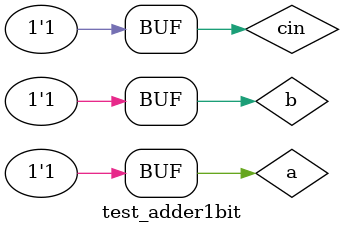
<source format=sv>
`timescale 1ns / 1ps
module adder1bit(input a, input b, input cin, output sum, output cout);

  assign sum = a ^ b ^ cin; // sum bit calculation
  assign cout = (a & b) | (a & cin) | (b & cin); // carry bit calculation

endmodule

module test_adder1bit();

  // Declare signals to connect to the DUT inputs and outputs
  logic a, b, cin, sum, cout;

  // Instantiate the DUT
  adder1bit dut(.a(a), .b(b), .cin(cin), .sum(sum), .cout(cout));

  initial begin
    // Test case 1: a=0, b=0, cin=0
    a = 0; b = 0; cin = 0;
    #10 a = 0; b = 0; cin = 1;
    #10 a = 0; b = 1; cin = 0;
    #10 a = 0; b = 1; cin = 1;
    #10 a = 1; b = 0; cin = 0;
    #10 a = 1; b = 0; cin = 1;
    #10 a = 1; b = 1; cin = 0;
    #10 a = 1; b = 1; cin = 1;
  end
endmodule
</source>
